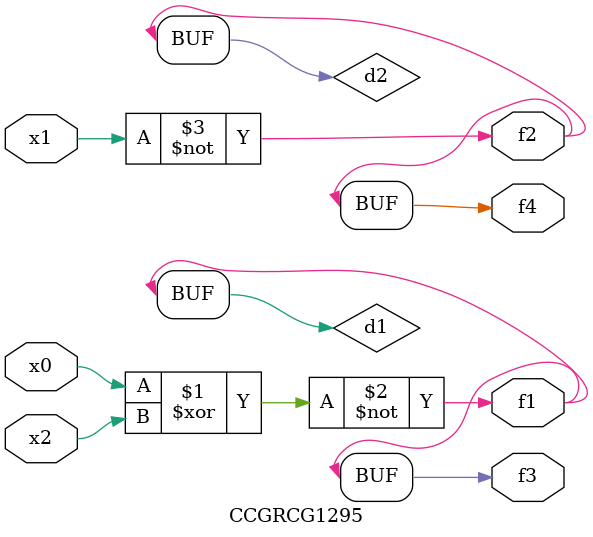
<source format=v>
module CCGRCG1295(
	input x0, x1, x2,
	output f1, f2, f3, f4
);

	wire d1, d2, d3;

	xnor (d1, x0, x2);
	nand (d2, x1);
	nor (d3, x1, x2);
	assign f1 = d1;
	assign f2 = d2;
	assign f3 = d1;
	assign f4 = d2;
endmodule

</source>
